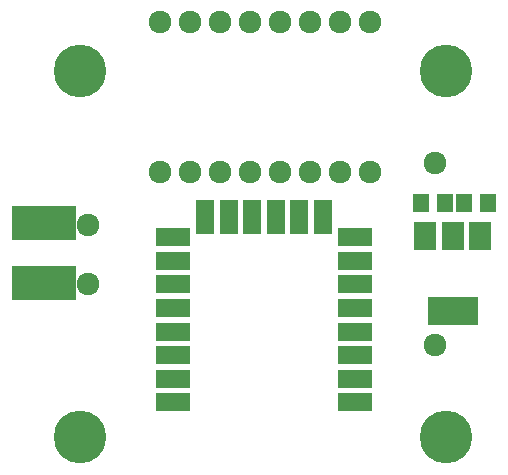
<source format=gbr>
G04 #@! TF.FileFunction,Soldermask,Bot*
%FSLAX46Y46*%
G04 Gerber Fmt 4.6, Leading zero omitted, Abs format (unit mm)*
G04 Created by KiCad (PCBNEW 4.0.6) date Tuesday, 22. January 2019 19:52:39*
%MOMM*%
%LPD*%
G01*
G04 APERTURE LIST*
%ADD10C,0.100000*%
%ADD11C,1.924000*%
%ADD12R,1.400000X1.650000*%
%ADD13R,4.200000X2.400000*%
%ADD14R,1.900000X2.400000*%
%ADD15R,2.900000X1.500000*%
%ADD16R,1.500000X2.900000*%
%ADD17C,4.464000*%
%ADD18R,5.400000X2.900000*%
G04 APERTURE END LIST*
D10*
D11*
X188404500Y-38671500D03*
X190944500Y-38671500D03*
X193484500Y-38671500D03*
X196024500Y-38671500D03*
X198564500Y-38671500D03*
X201104500Y-38671500D03*
X203644500Y-38671500D03*
X206184500Y-38671500D03*
X206184500Y-38671500D03*
X206184500Y-51371500D03*
X203644500Y-38671500D03*
X203644500Y-51371500D03*
X201104500Y-38671500D03*
X201104500Y-51371500D03*
X198564500Y-38671500D03*
X198564500Y-51371500D03*
X196024500Y-38671500D03*
X196024500Y-51371500D03*
X193484500Y-38671500D03*
X193484500Y-51371500D03*
X190944500Y-38671500D03*
X190944500Y-51371500D03*
X188404500Y-38671500D03*
X188404500Y-51371500D03*
D12*
X214188800Y-53949600D03*
X216188800Y-53949600D03*
X210531200Y-53949600D03*
X212531200Y-53949600D03*
D13*
X213207600Y-63094000D03*
D14*
X213207600Y-56794000D03*
X215507600Y-56794000D03*
X210907600Y-56794000D03*
D15*
X189546000Y-70866000D03*
X189546000Y-68866000D03*
X189546000Y-66866000D03*
X189546000Y-64866000D03*
X189546000Y-62866000D03*
X189546000Y-60866000D03*
X189546000Y-58866000D03*
X189546000Y-56866000D03*
X204946000Y-56866000D03*
X204946000Y-58866000D03*
X204946000Y-60866000D03*
X204946000Y-62866000D03*
X204946000Y-64866000D03*
X204946000Y-66866000D03*
X204946000Y-68866000D03*
X204946000Y-70866000D03*
D16*
X192236000Y-55166000D03*
X194236000Y-55166000D03*
X196236000Y-55166000D03*
X198236000Y-55166000D03*
X200236000Y-55166000D03*
X202236000Y-55166000D03*
D17*
X181654800Y-42818400D03*
X212654800Y-42818400D03*
X181654800Y-73818400D03*
X212654800Y-73818400D03*
D11*
X182302400Y-55818400D03*
X182302400Y-60818400D03*
X211702400Y-50618400D03*
X211702400Y-66018400D03*
D18*
X178612800Y-55676800D03*
X178612800Y-60756800D03*
M02*

</source>
